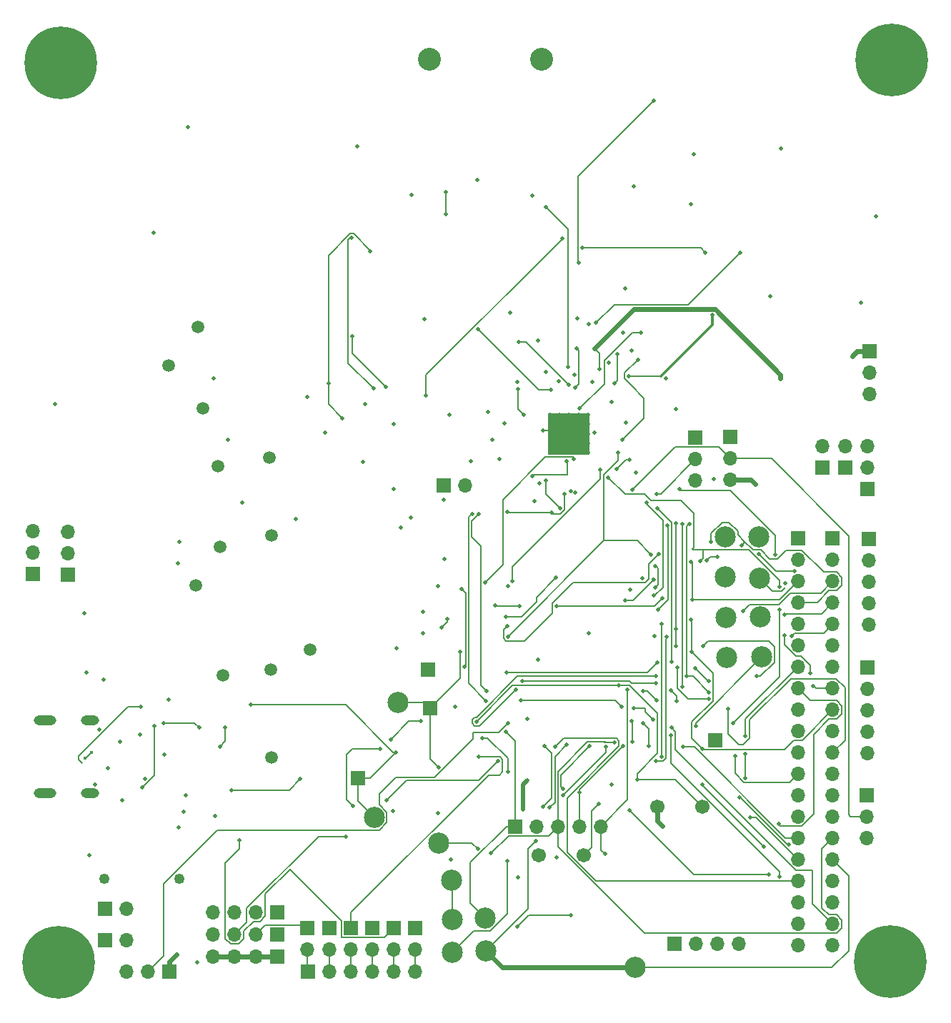
<source format=gbr>
%TF.GenerationSoftware,KiCad,Pcbnew,6.0.4-6f826c9f35~116~ubuntu20.04.1*%
%TF.CreationDate,2022-04-10T19:12:30+02:00*%
%TF.ProjectId,THEIA,54484549-412e-46b6-9963-61645f706362,rev?*%
%TF.SameCoordinates,Original*%
%TF.FileFunction,Copper,L4,Bot*%
%TF.FilePolarity,Positive*%
%FSLAX46Y46*%
G04 Gerber Fmt 4.6, Leading zero omitted, Abs format (unit mm)*
G04 Created by KiCad (PCBNEW 6.0.4-6f826c9f35~116~ubuntu20.04.1) date 2022-04-10 19:12:30*
%MOMM*%
%LPD*%
G01*
G04 APERTURE LIST*
%TA.AperFunction,ComponentPad*%
%ADD10R,1.700000X1.700000*%
%TD*%
%TA.AperFunction,ComponentPad*%
%ADD11O,1.700000X1.700000*%
%TD*%
%TA.AperFunction,ComponentPad*%
%ADD12C,1.701800*%
%TD*%
%TA.AperFunction,ComponentPad*%
%ADD13C,0.900000*%
%TD*%
%TA.AperFunction,ComponentPad*%
%ADD14C,8.600000*%
%TD*%
%TA.AperFunction,ComponentPad*%
%ADD15O,2.667000X1.168400*%
%TD*%
%TA.AperFunction,ComponentPad*%
%ADD16O,2.159000X1.168400*%
%TD*%
%TA.AperFunction,ComponentPad*%
%ADD17C,2.500000*%
%TD*%
%TA.AperFunction,ComponentPad*%
%ADD18C,0.500000*%
%TD*%
%TA.AperFunction,SMDPad,CuDef*%
%ADD19R,5.000000X5.000000*%
%TD*%
%TA.AperFunction,ComponentPad*%
%ADD20C,2.710000*%
%TD*%
%TA.AperFunction,ViaPad*%
%ADD21C,0.508000*%
%TD*%
%TA.AperFunction,ViaPad*%
%ADD22C,0.400000*%
%TD*%
%TA.AperFunction,ViaPad*%
%ADD23C,1.508000*%
%TD*%
%TA.AperFunction,ViaPad*%
%ADD24C,1.250000*%
%TD*%
%TA.AperFunction,Conductor*%
%ADD25C,0.200000*%
%TD*%
%TA.AperFunction,Conductor*%
%ADD26C,0.600000*%
%TD*%
%TA.AperFunction,Conductor*%
%ADD27C,0.500000*%
%TD*%
%TA.AperFunction,Conductor*%
%ADD28C,0.300000*%
%TD*%
%TA.AperFunction,Conductor*%
%ADD29C,0.150000*%
%TD*%
G04 APERTURE END LIST*
D10*
%TO.P,J7,1,Pin_1*%
%TO.N,POWER-IN-*%
X205232000Y-121539000D03*
D11*
%TO.P,J7,2,Pin_2*%
X205232000Y-124079000D03*
%TO.P,J7,3,Pin_3*%
X205232000Y-126619000D03*
%TO.P,J7,4,Pin_4*%
X205232000Y-129159000D03*
%TO.P,J7,5,Pin_5*%
X205232000Y-131699000D03*
%TD*%
D10*
%TO.P,J9,1,Pin_1*%
%TO.N,VDD33*%
X205359000Y-106299000D03*
D11*
%TO.P,J9,2,Pin_2*%
X205359000Y-108839000D03*
%TO.P,J9,3,Pin_3*%
X205359000Y-111379000D03*
%TO.P,J9,4,Pin_4*%
X205359000Y-113919000D03*
%TO.P,J9,5,Pin_5*%
X205359000Y-116459000D03*
%TD*%
D12*
%TO.P,U2,1,1*%
%TO.N,POWER-IN-*%
X180306200Y-138069000D03*
%TO.P,U2,6,6*%
%TO.N,Net-(C2-Pad2)*%
X185606200Y-138069000D03*
%TD*%
D13*
%TO.P,H3,1*%
%TO.N,N/C*%
X208100000Y-52725000D03*
X211325000Y-49500000D03*
X205819581Y-47219581D03*
X210380419Y-47219581D03*
D14*
X208100000Y-49500000D03*
D13*
X208100000Y-46275000D03*
X210380419Y-51780419D03*
X205819581Y-51780419D03*
X204875000Y-49500000D03*
%TD*%
%TO.P,H4,1*%
%TO.N,N/C*%
X106175000Y-156500000D03*
X111680419Y-158780419D03*
X107119581Y-158780419D03*
X112625000Y-156500000D03*
X107119581Y-154219581D03*
D14*
X109400000Y-156500000D03*
D13*
X109400000Y-159725000D03*
X111680419Y-154219581D03*
X109400000Y-153275000D03*
%TD*%
D10*
%TO.P,JP6,1,A*%
%TO.N,/ESP32/TXD0*%
X144018000Y-152400000D03*
D11*
%TO.P,JP6,2,B*%
%TO.N,Net-(J10-Pad3)*%
X144018000Y-154940000D03*
%TD*%
D10*
%TO.P,J13,1,Pin_1*%
%TO.N,/ESP32/Micro SUB & USB-UART/RTS*%
X135305800Y-153212800D03*
D11*
%TO.P,J13,2,Pin_2*%
%TO.N,/ESP32/DTR*%
X132765800Y-153212800D03*
%TO.P,J13,3,Pin_3*%
%TO.N,/ESP32/EN*%
X130225800Y-153212800D03*
%TO.P,J13,4,Pin_4*%
%TO.N,/ESP32/IO0*%
X127685800Y-153212800D03*
%TD*%
D10*
%TO.P,J10,1,Pin_1*%
%TO.N,Net-(J10-Pad1)*%
X138912600Y-157607000D03*
D11*
%TO.P,J10,2,Pin_2*%
%TO.N,Net-(J10-Pad2)*%
X141452600Y-157607000D03*
%TO.P,J10,3,Pin_3*%
%TO.N,Net-(J10-Pad3)*%
X143992600Y-157607000D03*
%TO.P,J10,4,Pin_4*%
%TO.N,Net-(J10-Pad4)*%
X146532600Y-157607000D03*
%TO.P,J10,5,Pin_5*%
%TO.N,Net-(J10-Pad5)*%
X149072600Y-157607000D03*
%TO.P,J10,6,Pin_6*%
%TO.N,Net-(J10-Pad6)*%
X151612600Y-157607000D03*
%TD*%
D10*
%TO.P,J4,1,Pin_1*%
%TO.N,POWER-IN-*%
X205105000Y-136652000D03*
D11*
%TO.P,J4,2,Pin_2*%
%TO.N,/TMC5160-SMD/SPI_MODE*%
X205105000Y-139192000D03*
%TO.P,J4,3,Pin_3*%
%TO.N,VDD33*%
X205105000Y-141732000D03*
%TD*%
D10*
%TO.P,J14,1,Pin_1*%
%TO.N,VDD33*%
X196977000Y-106172000D03*
D11*
%TO.P,J14,2,Pin_2*%
%TO.N,/ESP32/EN*%
X196977000Y-108712000D03*
%TO.P,J14,3,Pin_3*%
%TO.N,/ESP32/SENSOR_VP*%
X196977000Y-111252000D03*
%TO.P,J14,4,Pin_4*%
%TO.N,/ESP32/SENSOR_VN*%
X196977000Y-113792000D03*
%TO.P,J14,5,Pin_5*%
%TO.N,/ESP32/IO34*%
X196977000Y-116332000D03*
%TO.P,J14,6,Pin_6*%
%TO.N,/ESP32/IO35*%
X196977000Y-118872000D03*
%TO.P,J14,7,Pin_7*%
%TO.N,/ESP32/IO32*%
X196977000Y-121412000D03*
%TO.P,J14,8,Pin_8*%
%TO.N,/ESP32/IO33*%
X196977000Y-123952000D03*
%TO.P,J14,9,Pin_9*%
%TO.N,/ESP32/IO25*%
X196977000Y-126492000D03*
%TO.P,J14,10,Pin_10*%
%TO.N,/ESP32/IO26*%
X196977000Y-129032000D03*
%TO.P,J14,11,Pin_11*%
%TO.N,/ESP32/IO27*%
X196977000Y-131572000D03*
%TO.P,J14,12,Pin_12*%
%TO.N,/ESP32/IO14*%
X196977000Y-134112000D03*
%TO.P,J14,13,Pin_13*%
%TO.N,/ESP32/IO12*%
X196977000Y-136652000D03*
%TO.P,J14,14,Pin_14*%
%TO.N,POWER-IN-*%
X196977000Y-139192000D03*
%TO.P,J14,15,Pin_15*%
%TO.N,/ESP32/IO13*%
X196977000Y-141732000D03*
%TO.P,J14,16,Pin_16*%
%TO.N,/ESP32/SD2*%
X196977000Y-144272000D03*
%TO.P,J14,17,Pin_17*%
%TO.N,/ESP32/SD3*%
X196977000Y-146812000D03*
%TO.P,J14,18,Pin_18*%
%TO.N,/ESP32/CMD*%
X196977000Y-149352000D03*
%TO.P,J14,19,Pin_19*%
%TO.N,EXT_5V*%
X196977000Y-151892000D03*
%TO.P,J14,20,Pin_20*%
%TO.N,unconnected-(J14-Pad20)*%
X196977000Y-154432000D03*
%TD*%
D13*
%TO.P,H1,1*%
%TO.N,N/C*%
X205619581Y-154119581D03*
X207900000Y-153175000D03*
X207900000Y-159625000D03*
D14*
X207900000Y-156400000D03*
D13*
X210180419Y-154119581D03*
X210180419Y-158680419D03*
X204675000Y-156400000D03*
X205619581Y-158680419D03*
X211125000Y-156400000D03*
%TD*%
D15*
%TO.P,J25,25*%
%TO.N,N/C*%
X107728700Y-127759998D03*
%TO.P,J25,26*%
X107728700Y-136400002D03*
D16*
%TO.P,J25,27*%
X113088700Y-127759998D03*
%TO.P,J25,28*%
X113088700Y-136400002D03*
%TD*%
D10*
%TO.P,JP2,1,A*%
%TO.N,5V-LEDS*%
X114853800Y-150164800D03*
D11*
%TO.P,JP2,2,B*%
%TO.N,Net-(J1-Pad3)*%
X117393800Y-150164800D03*
%TD*%
D10*
%TO.P,J22,1,Pin_1*%
%TO.N,POWER-IN-*%
X106324400Y-110475000D03*
D11*
%TO.P,J22,2,Pin_2*%
%TO.N,/ESP32/Micro SUB & USB-UART/RI*%
X106324400Y-107935000D03*
%TO.P,J22,3,Pin_3*%
%TO.N,VDD33*%
X106324400Y-105395000D03*
%TD*%
D17*
%TO.P,TP8,1,1*%
%TO.N,/ESP32/IO13*%
X192709800Y-120294400D03*
%TD*%
%TO.P,TP13,1,1*%
%TO.N,/MOSI*%
X188468000Y-115595400D03*
%TD*%
D18*
%TO.P,IC1,49,GNDP*%
%TO.N,POWER-IN-*%
X168724800Y-93802200D03*
X169849800Y-93802200D03*
X172099800Y-94927200D03*
X168724800Y-91552200D03*
X167599800Y-93802200D03*
X168724800Y-96052200D03*
X169849800Y-91552200D03*
X168724800Y-94927200D03*
X170974800Y-94927200D03*
X167599800Y-91552200D03*
X167599800Y-94927200D03*
X169849800Y-96052200D03*
X169849800Y-94927200D03*
X167599800Y-92677200D03*
X172099800Y-91552200D03*
X172099800Y-92677200D03*
X168724800Y-92677200D03*
X172099800Y-96052200D03*
X167599800Y-96052200D03*
X169849800Y-92677200D03*
X170974800Y-96052200D03*
D19*
X169849800Y-93802200D03*
D18*
X172099800Y-93802200D03*
X170974800Y-91552200D03*
X170974800Y-93802200D03*
X170974800Y-92677200D03*
%TD*%
D17*
%TO.P,TP5,1,1*%
%TO.N,/ESP32/IO2*%
X154406600Y-142341600D03*
%TD*%
D13*
%TO.P,H2,1*%
%TO.N,N/C*%
X109600000Y-53025000D03*
X112825000Y-49800000D03*
X111880419Y-47519581D03*
X106375000Y-49800000D03*
D14*
X109600000Y-49800000D03*
D13*
X111880419Y-52080419D03*
X107319581Y-52080419D03*
X109600000Y-46575000D03*
X107319581Y-47519581D03*
%TD*%
D10*
%TO.P,JP4,1,A*%
%TO.N,5V-LEDS*%
X202568236Y-97815401D03*
D11*
%TO.P,JP4,2,B*%
%TO.N,Net-(J2-Pad3)*%
X202568236Y-95275401D03*
%TD*%
D17*
%TO.P,TP17,1,1*%
%TO.N,/ESP32/Micro SUB & USB-UART/RTS*%
X146761200Y-139293600D03*
%TD*%
%TO.P,TP6,1,1*%
%TO.N,/ESP32/IO15*%
X159969200Y-155143200D03*
%TD*%
%TO.P,TP11,1,1*%
%TO.N,/CLK*%
X192354200Y-106019600D03*
%TD*%
%TO.P,TP4,1,1*%
%TO.N,/ESP32/IO15*%
X177673000Y-157099000D03*
%TD*%
D12*
%TO.P,U1,1,1*%
%TO.N,POWER-IN-*%
X166285400Y-143809400D03*
%TO.P,U1,6,6*%
%TO.N,Net-(C1-Pad2)*%
X171585400Y-143809400D03*
%TD*%
D10*
%TO.P,JP10,1,A*%
%TO.N,/ESP32/RXD0*%
X141478000Y-152395000D03*
D11*
%TO.P,JP10,2,B*%
%TO.N,Net-(J10-Pad2)*%
X141478000Y-154935000D03*
%TD*%
D10*
%TO.P,JP1,1,A*%
%TO.N,+12V*%
X114858800Y-153873200D03*
D11*
%TO.P,JP1,2,B*%
%TO.N,Net-(J1-Pad3)*%
X117398800Y-153873200D03*
%TD*%
D10*
%TO.P,J24,1,Pin_1*%
%TO.N,/ESP32/IO0*%
X187147200Y-130149600D03*
%TD*%
%TO.P,J12,1,Pin_1*%
%TO.N,VDD33*%
X135305800Y-150545800D03*
D11*
%TO.P,J12,2,Pin_2*%
X132765800Y-150545800D03*
%TO.P,J12,3,Pin_3*%
X130225800Y-150545800D03*
%TO.P,J12,4,Pin_4*%
X127685800Y-150545800D03*
%TD*%
D17*
%TO.P,TP2,1,1*%
%TO.N,/CS*%
X156006800Y-151434800D03*
%TD*%
%TO.P,TP7,1,1*%
%TO.N,/ESP32/RXD0*%
X188544200Y-120319800D03*
%TD*%
D10*
%TO.P,JP7,1,A*%
%TO.N,POWER-IN-*%
X151612600Y-152400000D03*
D11*
%TO.P,JP7,2,B*%
%TO.N,Net-(J10-Pad6)*%
X151612600Y-154940000D03*
%TD*%
D10*
%TO.P,J15,1,Pin_1*%
%TO.N,POWER-IN-*%
X201091800Y-106222800D03*
D11*
%TO.P,J15,2,Pin_2*%
%TO.N,/MOSI*%
X201091800Y-108762800D03*
%TO.P,J15,3,Pin_3*%
%TO.N,/ESP32/IO22*%
X201091800Y-111302800D03*
%TO.P,J15,4,Pin_4*%
%TO.N,/ESP32/TXD0*%
X201091800Y-113842800D03*
%TO.P,J15,5,Pin_5*%
%TO.N,/ESP32/RXD0*%
X201091800Y-116382800D03*
%TO.P,J15,6,Pin_6*%
%TO.N,/ESP32/IO21*%
X201091800Y-118922800D03*
%TO.P,J15,7,Pin_7*%
%TO.N,POWER-IN-*%
X201091800Y-121462800D03*
%TO.P,J15,8,Pin_8*%
%TO.N,/MISO*%
X201091800Y-124002800D03*
%TO.P,J15,9,Pin_9*%
%TO.N,/CLK*%
X201091800Y-126542800D03*
%TO.P,J15,10,Pin_10*%
%TO.N,/CS*%
X201091800Y-129082800D03*
%TO.P,J15,11,Pin_11*%
%TO.N,/ESP32/IO17*%
X201091800Y-131622800D03*
%TO.P,J15,12,Pin_12*%
%TO.N,/ESP32/IO16*%
X201091800Y-134162800D03*
%TO.P,J15,13,Pin_13*%
%TO.N,/ESP32/IO4*%
X201091800Y-136702800D03*
%TO.P,J15,14,Pin_14*%
%TO.N,/ESP32/IO0*%
X201091800Y-139242800D03*
%TO.P,J15,15,Pin_15*%
%TO.N,/ESP32/IO2*%
X201091800Y-141782800D03*
%TO.P,J15,16,Pin_16*%
%TO.N,/ESP32/IO15*%
X201091800Y-144322800D03*
%TO.P,J15,17,Pin_17*%
%TO.N,/ESP32/SD1*%
X201091800Y-146862800D03*
%TO.P,J15,18,Pin_18*%
%TO.N,/ESP32/SD0*%
X201091800Y-149402800D03*
%TO.P,J15,19,Pin_19*%
%TO.N,/ESP32/CLK*%
X201091800Y-151942800D03*
%TO.P,J15,20,Pin_20*%
%TO.N,unconnected-(J15-Pad20)*%
X201091800Y-154482800D03*
%TD*%
D10*
%TO.P,J11,1,Pin_1*%
%TO.N,POWER-IN-*%
X135295800Y-155854400D03*
D11*
%TO.P,J11,2,Pin_2*%
X132755800Y-155854400D03*
%TO.P,J11,3,Pin_3*%
X130215800Y-155854400D03*
%TO.P,J11,4,Pin_4*%
X127675800Y-155854400D03*
%TD*%
D17*
%TO.P,TP9,1,1*%
%TO.N,/ESP32/TXD0*%
X192481200Y-115544600D03*
%TD*%
D20*
%TO.P,J6,MP*%
%TO.N,N/C*%
X166619200Y-49408600D03*
X153319200Y-49408600D03*
%TD*%
D17*
%TO.P,TP15,1,1*%
%TO.N,/CS*%
X155923573Y-146743450D03*
%TD*%
D10*
%TO.P,J20,1,Pin_1*%
%TO.N,/ESP32/Micro SUB & USB-UART/RTS*%
X144830800Y-134670800D03*
%TD*%
%TO.P,J5,1,Pin_1*%
%TO.N,POWER-IN-*%
X205460600Y-84038199D03*
D11*
%TO.P,J5,2,Pin_2*%
%TO.N,/TMC5160-SMD/SD_MODE*%
X205460600Y-86578199D03*
%TO.P,J5,3,Pin_3*%
%TO.N,VDD33*%
X205460600Y-89118199D03*
%TD*%
D17*
%TO.P,TP12,1,1*%
%TO.N,/ESP32/IO35*%
X192379600Y-110921800D03*
%TD*%
D10*
%TO.P,JP9,1,A*%
%TO.N,/ESP32/CTS*%
X149098000Y-152400000D03*
D11*
%TO.P,JP9,2,B*%
%TO.N,Net-(J10-Pad5)*%
X149098000Y-154940000D03*
%TD*%
D10*
%TO.P,J21,1,Pin_1*%
%TO.N,POWER-IN-*%
X110439200Y-110525800D03*
D11*
%TO.P,J21,2,Pin_2*%
%TO.N,/ESP32/Micro SUB & USB-UART/DCD*%
X110439200Y-107985800D03*
%TO.P,J21,3,Pin_3*%
%TO.N,VDD33*%
X110439200Y-105445800D03*
%TD*%
D10*
%TO.P,J3,1,Pin_1*%
%TO.N,VDD33*%
X182382000Y-154305000D03*
D11*
%TO.P,J3,2,Pin_2*%
%TO.N,/ESP32/IO33*%
X184922000Y-154305000D03*
%TO.P,J3,3,Pin_3*%
%TO.N,/ESP32/IO32*%
X187462000Y-154305000D03*
%TO.P,J3,4,Pin_4*%
%TO.N,POWER-IN-*%
X190002000Y-154305000D03*
%TD*%
D17*
%TO.P,TP16,1,1*%
%TO.N,/ESP32/DTR*%
X149606000Y-125679200D03*
%TD*%
D10*
%TO.P,J1,1,Pin_1*%
%TO.N,POWER-IN-*%
X122504200Y-157581600D03*
D11*
%TO.P,J1,2,Pin_2*%
%TO.N,/ESP32/IO17*%
X119964200Y-157581600D03*
%TO.P,J1,3,Pin_3*%
%TO.N,Net-(J1-Pad3)*%
X117424200Y-157581600D03*
%TD*%
D10*
%TO.P,JP11,1,A*%
%TO.N,POWER-IN-*%
X155036600Y-99898200D03*
D11*
%TO.P,JP11,2,B*%
%TO.N,/TMC5160-SMD/CLK*%
X157576600Y-99898200D03*
%TD*%
D17*
%TO.P,TP3,1,1*%
%TO.N,/ESP32/IO0*%
X156006800Y-155346400D03*
%TD*%
D10*
%TO.P,J19,1,Pin_1*%
%TO.N,/ESP32/DTR*%
X153416000Y-126339600D03*
%TD*%
%TO.P,J17,1,Pin_1*%
%TO.N,VDD33*%
X188950600Y-94208600D03*
D11*
%TO.P,J17,2,Pin_2*%
%TO.N,/TMC5160-SMD/SPI_MODE*%
X188950600Y-96748600D03*
%TO.P,J17,3,Pin_3*%
%TO.N,POWER-IN-*%
X188950600Y-99288600D03*
%TD*%
D10*
%TO.P,J8,1,Pin_1*%
%TO.N,/ESP32/IO12*%
X163454000Y-140385800D03*
D11*
%TO.P,J8,2,Pin_2*%
%TO.N,/ESP32/IO15*%
X165994000Y-140385800D03*
%TO.P,J8,3,Pin_3*%
%TO.N,/ESP32/IO2*%
X168534000Y-140385800D03*
%TO.P,J8,4,Pin_4*%
%TO.N,/ESP32/IO0*%
X171074000Y-140385800D03*
%TO.P,J8,5,Pin_5*%
%TO.N,/CS*%
X173614000Y-140385800D03*
%TD*%
D10*
%TO.P,JP3,1,A*%
%TO.N,+12V*%
X199872601Y-97815401D03*
D11*
%TO.P,JP3,2,B*%
%TO.N,Net-(J2-Pad3)*%
X199872601Y-95275401D03*
%TD*%
D10*
%TO.P,J16,1,Pin_1*%
%TO.N,VDD33*%
X184835800Y-94284800D03*
D11*
%TO.P,J16,2,Pin_2*%
%TO.N,/TMC5160-SMD/SD_MODE*%
X184835800Y-96824800D03*
%TO.P,J16,3,Pin_3*%
%TO.N,POWER-IN-*%
X184835800Y-99364800D03*
%TD*%
D10*
%TO.P,J23,1,Pin_1*%
%TO.N,/ESP32/EN*%
X153111200Y-121818400D03*
%TD*%
%TO.P,JP8,1,A*%
%TO.N,VDD33*%
X146558000Y-152395000D03*
D11*
%TO.P,JP8,2,B*%
%TO.N,Net-(J10-Pad4)*%
X146558000Y-154935000D03*
%TD*%
D10*
%TO.P,J2,1,Pin_1*%
%TO.N,POWER-IN-*%
X205206600Y-100355400D03*
D11*
%TO.P,J2,2,Pin_2*%
%TO.N,unconnected-(J2-Pad2)*%
X205206600Y-97815400D03*
%TO.P,J2,3,Pin_3*%
%TO.N,Net-(J2-Pad3)*%
X205206600Y-95275400D03*
%TD*%
D17*
%TO.P,TP14,1,1*%
%TO.N,/ESP32/IO34*%
X188391800Y-110794800D03*
%TD*%
D10*
%TO.P,JP5,1,A*%
%TO.N,/ESP32/DTR*%
X138811000Y-152395000D03*
D11*
%TO.P,JP5,2,B*%
%TO.N,Net-(J10-Pad1)*%
X138811000Y-154935000D03*
%TD*%
D17*
%TO.P,TP1,1,1*%
%TO.N,/ESP32/IO12*%
X159918400Y-151282400D03*
%TD*%
%TO.P,TP10,1,1*%
%TO.N,/MISO*%
X188391800Y-106070400D03*
%TD*%
D21*
%TO.N,/ESP32/IO14*%
X176500000Y-113600000D03*
%TO.N,POWER-IN-*%
X177100000Y-112300000D03*
X166300000Y-99700000D03*
%TO.N,/ESP32/IO27*%
X169599800Y-97082342D03*
%TO.N,/ESP32/IO26*%
X169331977Y-100948589D03*
%TO.N,POWER-IN-*%
X170100000Y-100600000D03*
X172877446Y-93703650D03*
D22*
%TO.N,/ESP32/Micro SUB & USB-UART/USB-D_P*%
X112500000Y-132300000D03*
X113284000Y-131572000D03*
D21*
%TO.N,POWER-IN-*%
X114200000Y-128900000D03*
X116600000Y-130300000D03*
%TO.N,*%
X155092400Y-108686600D03*
%TO.N,POWER-IN-*%
X154300000Y-138800000D03*
X140900000Y-93700000D03*
X165500000Y-65600000D03*
X137500000Y-103900000D03*
X113710259Y-135420404D03*
X129400000Y-94500000D03*
X187000000Y-99200000D03*
X174900000Y-135400000D03*
X115200000Y-133500000D03*
X120650000Y-69977000D03*
X145440400Y-97140400D03*
X155800000Y-144300000D03*
X163700000Y-87700000D03*
X204400000Y-78300000D03*
X151074750Y-103725250D03*
X124714000Y-57404000D03*
X164900000Y-127600000D03*
X116900000Y-137300000D03*
X191900000Y-99800000D03*
X159000000Y-63700000D03*
X124200000Y-138600000D03*
X122400000Y-125300000D03*
X177800000Y-98400000D03*
X149400000Y-119200000D03*
X123300000Y-155600000D03*
X155036600Y-101636600D03*
X170800000Y-80100000D03*
X127900000Y-139100000D03*
X206200000Y-68000000D03*
X180900000Y-140300000D03*
X174900000Y-90000000D03*
X184300000Y-66600000D03*
X112700000Y-122100000D03*
X121919189Y-131820267D03*
X160767253Y-94546136D03*
X113000000Y-143800000D03*
X166800000Y-93400000D03*
X151200000Y-65500000D03*
X124400000Y-136700000D03*
X172200000Y-117500000D03*
X149900000Y-104900000D03*
X193700000Y-77500000D03*
X155642400Y-91557600D03*
X172216420Y-80800000D03*
X166200000Y-120600000D03*
X114700000Y-123000000D03*
X131100000Y-102000000D03*
X138800000Y-89400000D03*
X162600000Y-111900000D03*
X108900000Y-90300000D03*
X203400000Y-84600000D03*
X161600000Y-96800000D03*
X123700000Y-106600000D03*
X182500000Y-90900000D03*
X125800000Y-156500000D03*
X119045569Y-129500000D03*
X127700000Y-87200000D03*
X123500000Y-109200000D03*
X125800000Y-156500000D03*
%TO.N,Net-(C1-Pad2)*%
X173329600Y-137718800D03*
%TO.N,Net-(C2-Pad2)*%
X158851600Y-127939800D03*
X175738111Y-123626289D03*
X177948500Y-134848600D03*
%TO.N,/ESP32/IO0*%
X176250600Y-130860800D03*
X162542600Y-144492600D03*
X179273200Y-130860800D03*
X178625200Y-128169600D03*
X171077629Y-136326915D03*
%TO.N,/ESP32/EN*%
X156340900Y-126187200D03*
X148717000Y-130048000D03*
X143383000Y-141596611D03*
X152273000Y-127889000D03*
X161125200Y-114199600D03*
X180943599Y-113302542D03*
X147447000Y-131191000D03*
X144272000Y-137922000D03*
X168376600Y-114274600D03*
X164007800Y-114274600D03*
%TO.N,VDD33*%
X164871400Y-134874000D03*
X165760400Y-101836000D03*
X164363400Y-138353800D03*
X170611800Y-100798589D03*
X152501600Y-114960400D03*
X152501600Y-117475000D03*
X163830000Y-146431000D03*
X149047200Y-100380800D03*
X148971000Y-138557000D03*
X154330400Y-111912400D03*
X149047200Y-92659200D03*
X119583200Y-134772400D03*
%TO.N,+24V*%
X160248600Y-91236800D03*
D23*
X134366000Y-96672400D03*
X134620000Y-132207000D03*
X134569200Y-105867200D03*
D21*
X194919600Y-59994800D03*
D23*
X126492000Y-90805000D03*
D21*
X162204400Y-92557600D03*
X181330600Y-87223600D03*
D23*
X134518400Y-121818400D03*
X125603000Y-111760000D03*
X139141200Y-119380000D03*
D21*
X177507900Y-64452500D03*
D23*
X128828800Y-122478800D03*
D21*
X184663522Y-60636478D03*
X144780000Y-59690000D03*
X176606200Y-92456000D03*
%TO.N,5V-LEDS*%
X112420400Y-115100600D03*
%TO.N,/TMC5160-SMD/GREEN*%
X167081200Y-86487000D03*
X152685800Y-80175800D03*
%TO.N,Net-(C16-Pad2)*%
X163830000Y-88519000D03*
X164490400Y-91555700D03*
%TO.N,/TMC5160-SMD/BLUE*%
X176254500Y-81813400D03*
X170459400Y-86842600D03*
X176504600Y-76555600D03*
%TO.N,Net-(C17-Pad2)*%
X178329500Y-81813400D03*
X171119800Y-90780700D03*
%TO.N,/TMC5160-SMD/BLACK*%
X168599800Y-87559200D03*
X166128700Y-82715100D03*
X162890200Y-79476600D03*
%TO.N,Net-(C18-Pad2)*%
X163859300Y-82931000D03*
X169824400Y-88011000D03*
%TO.N,/TMC5160-SMD/RED*%
X172599800Y-87636800D03*
X177266600Y-83900100D03*
D23*
%TO.N,+12V*%
X125831600Y-81127600D03*
X122377200Y-85699600D03*
D21*
%TO.N,Net-(D2-Pad2)*%
X137972800Y-134772400D03*
X129844800Y-136067200D03*
%TO.N,Net-(IC1-Pad1)*%
X148158200Y-88239600D03*
X144164400Y-82213400D03*
%TO.N,/CS*%
X180289200Y-102641400D03*
X167106600Y-99339400D03*
X181991000Y-120878600D03*
X174091600Y-143637000D03*
X168833800Y-102641400D03*
X176784000Y-124129800D03*
%TO.N,/CLK*%
X184378600Y-119659400D03*
X185623200Y-131140200D03*
X181457600Y-104673400D03*
X184323300Y-115849400D03*
X180382600Y-114672800D03*
%TO.N,/MOSI*%
X179882800Y-112953800D03*
X179044600Y-101955600D03*
%TO.N,/MISO*%
X182519900Y-104419400D03*
X182519900Y-116919900D03*
X198400000Y-122200000D03*
X182519900Y-118991389D03*
X195400000Y-117700000D03*
X198800000Y-123700000D03*
%TO.N,/ESP32/IO26*%
X179778702Y-127666100D03*
X159138940Y-103364811D03*
X176072800Y-126161800D03*
X164134800Y-125399800D03*
X162504700Y-103073200D03*
X167800580Y-103193110D03*
X177481341Y-126361915D03*
X160070800Y-124333000D03*
%TO.N,/ESP32/IO27*%
X159588200Y-129870200D03*
X165455600Y-98856800D03*
X162610800Y-133853500D03*
X158351882Y-103292800D03*
X159994600Y-125476000D03*
%TO.N,/TMC5160-SMD/SD_MODE*%
X180238400Y-100965000D03*
%TO.N,/TMC5160-SMD/SPI_MODE*%
X177362120Y-100461500D03*
%TO.N,/ESP32/IO4*%
X183235600Y-123825000D03*
X183305884Y-104474548D03*
%TO.N,/ESP32/IO16*%
X184124600Y-104470200D03*
X186385211Y-124460000D03*
X183819800Y-122580400D03*
%TO.N,/ESP32/IO14*%
X194800000Y-114700000D03*
X194800000Y-112000000D03*
X174472600Y-98983800D03*
X189500000Y-132000000D03*
X189300000Y-128100000D03*
X185400000Y-108900000D03*
X179875818Y-111137212D03*
%TO.N,/ESP32/IO35*%
X177000000Y-96900000D03*
X182900000Y-100400000D03*
X173508800Y-98069400D03*
X195459968Y-111505653D03*
X194300000Y-108115989D03*
X175500000Y-98000000D03*
X163119901Y-111302798D03*
%TO.N,/ESP32/IO34*%
X180094450Y-109494450D03*
X192345244Y-108054756D03*
X175615600Y-96062800D03*
X196587129Y-110060670D03*
X162585400Y-117856000D03*
X179569151Y-108130850D03*
X180067616Y-112029796D03*
%TO.N,/ESP32/IO25*%
X163550600Y-124129789D03*
X186385200Y-125272800D03*
X157099000Y-112217200D03*
X159877261Y-111429800D03*
X170405704Y-96826810D03*
X157424700Y-121437400D03*
X180167029Y-122559829D03*
X182702200Y-121539000D03*
%TO.N,Net-(IC1-Pad36)*%
X173039164Y-80639164D03*
X175206993Y-87806993D03*
X175546392Y-84346392D03*
X190100000Y-72300000D03*
%TO.N,Net-(IC1-Pad38)*%
X194900000Y-87200000D03*
X173431200Y-86106000D03*
X172872400Y-83702400D03*
%TO.N,Net-(IC1-Pad39)*%
X176936400Y-86995000D03*
X186842400Y-79730600D03*
%TO.N,Net-(IC1-Pad41)*%
X170713400Y-83677000D03*
X179851000Y-54336600D03*
X171000000Y-73500000D03*
X170546300Y-88341200D03*
%TO.N,Net-(IC1-Pad44)*%
X144103400Y-70586600D03*
X146672729Y-88455929D03*
%TO.N,Net-(IC1-Pad46)*%
X167081200Y-66894400D03*
X169734220Y-85877400D03*
%TO.N,Net-(IC1-Pad47)*%
X155244800Y-65176400D03*
X167653300Y-88568264D03*
X155219400Y-67741800D03*
X159054800Y-81381600D03*
%TO.N,/ESP32/IO17*%
X181900000Y-124200000D03*
X162585400Y-128168400D03*
X188700000Y-126400000D03*
X178625200Y-124359600D03*
X182600000Y-125500000D03*
X180200000Y-125400000D03*
%TO.N,/ESP32/IO33*%
X186371600Y-123102000D03*
X194700000Y-140100000D03*
X180289200Y-120904000D03*
X162458400Y-122097800D03*
X184785000Y-121573389D03*
%TO.N,/ESP32/IO32*%
X190754000Y-131752611D03*
X190754000Y-129667000D03*
X192913000Y-142748000D03*
X180162200Y-123367800D03*
X164317100Y-123122789D03*
X185674000Y-135382000D03*
X190754000Y-134620000D03*
%TO.N,/ESP32/IO12*%
X162356800Y-129184400D03*
X170100000Y-150900000D03*
X163700000Y-152300000D03*
%TO.N,/ESP32/IO15*%
X169164000Y-136702800D03*
X168351200Y-144043400D03*
X165938200Y-142113000D03*
X174244000Y-130962400D03*
%TO.N,/ESP32/IO2*%
X175234600Y-130454400D03*
X160604200Y-143560800D03*
X159031871Y-143045871D03*
%TO.N,/ESP32/Micro SUB & USB-UART/RTS*%
X149352000Y-131572000D03*
X132166500Y-125933200D03*
%TO.N,/ESP32/DTR*%
X156921200Y-119634000D03*
X119253000Y-135763000D03*
X120742878Y-128489878D03*
X154432000Y-133350000D03*
%TO.N,/ESP32/SENSOR_VP*%
X168300000Y-110900000D03*
X184323300Y-109000000D03*
X184429400Y-113461800D03*
X162382200Y-115544600D03*
X178493971Y-110960089D03*
%TO.N,/ESP32/SENSOR_VN*%
X186169826Y-108815153D03*
X180446100Y-108068360D03*
X187400000Y-108400000D03*
X190300000Y-107066411D03*
X186700000Y-106600000D03*
X162500000Y-116600000D03*
%TO.N,/ESP32/IO13*%
X183400000Y-130900000D03*
X184886600Y-128498600D03*
X177287500Y-127889000D03*
X177368200Y-130302000D03*
%TO.N,/ESP32/SD2*%
X166928800Y-130860800D03*
X191300000Y-139300000D03*
X166776400Y-138049000D03*
%TO.N,/ESP32/SD3*%
X168224200Y-130911600D03*
%TO.N,/ESP32/CMD*%
X190029083Y-136970213D03*
X167538400Y-138150600D03*
X195908529Y-142491471D03*
X169595800Y-130683000D03*
%TO.N,/ESP32/IO22*%
X190500000Y-114800000D03*
%TO.N,/ESP32/TXD0*%
X180797200Y-116382800D03*
X159130800Y-132130800D03*
X195373989Y-115300000D03*
X180797200Y-132130800D03*
%TO.N,/ESP32/RXD0*%
X180136800Y-132638800D03*
X161442400Y-132638800D03*
X148234400Y-137261600D03*
X181400000Y-117896500D03*
X196188999Y-117811001D03*
X148234400Y-137261600D03*
%TO.N,/ESP32/IO21*%
X185700000Y-119000000D03*
X192100000Y-122580389D03*
X180000000Y-117800000D03*
%TO.N,/ESP32/SD1*%
X169138600Y-135940800D03*
X176987200Y-138433269D03*
X193522600Y-146100800D03*
X172262800Y-130860800D03*
%TO.N,/ESP32/SD0*%
X194818000Y-146308500D03*
X181944700Y-129570580D03*
%TO.N,/ESP32/CLK*%
X181989721Y-128673100D03*
D24*
%TO.N,POWER-IN+*%
X123707112Y-146589040D03*
X114817112Y-146589040D03*
D21*
%TO.N,/ESP32/CTS*%
X130800000Y-142000000D03*
%TO.N,Net-(Q2-Pad3)*%
X141325600Y-87807800D03*
X146304000Y-72136000D03*
X142976600Y-91948000D03*
%TO.N,Net-(Q4-Pad3)*%
X169037000Y-70612000D03*
X152908000Y-89281000D03*
X171450000Y-71755000D03*
X185998200Y-72294800D03*
%TO.N,Net-(Q11-Pad2)*%
X154700000Y-116800000D03*
X155400000Y-115800000D03*
%TO.N,/ESP32/Micro SUB & USB-UART/TXD*%
X129108800Y-128676400D03*
X128473200Y-130911600D03*
%TO.N,Net-(R32-Pad1)*%
X121822807Y-128122007D03*
X126008800Y-128676400D03*
%TO.N,EXT_5V*%
X123571000Y-140462000D03*
D23*
%TO.N,+5V*%
X128219200Y-97637600D03*
D21*
X176199800Y-94538800D03*
X178005193Y-85008793D03*
X145656300Y-90309700D03*
D23*
X128473200Y-107188000D03*
D21*
X174523400Y-85369400D03*
X158191200Y-97053400D03*
%TO.N,Net-(J25-PadB5)*%
X119065800Y-126212600D03*
%TD*%
D25*
%TO.N,/ESP32/IO14*%
X179875818Y-111137212D02*
X177413030Y-113600000D01*
X177413030Y-113600000D02*
X176500000Y-113600000D01*
%TO.N,/ESP32/IO26*%
X169343636Y-100960248D02*
X169343636Y-102843636D01*
X169331977Y-100948589D02*
X169343636Y-100960248D01*
%TO.N,/ESP32/IO27*%
X169600000Y-97082142D02*
X169599800Y-97082342D01*
X169600000Y-98700000D02*
X169600000Y-97082142D01*
%TO.N,/ESP32/IO25*%
X159877261Y-111429800D02*
X162001200Y-109305861D01*
X170405704Y-96657415D02*
X170405704Y-96826810D01*
X162001200Y-109305861D02*
X162001200Y-101599127D01*
X162001200Y-101599127D02*
X167048616Y-96551711D01*
X167048616Y-96551711D02*
X170300000Y-96551711D01*
X170300000Y-96551711D02*
X170405704Y-96657415D01*
%TO.N,/ESP32/IO27*%
X165612400Y-98700000D02*
X169600000Y-98700000D01*
X165455600Y-98856800D02*
X165612400Y-98700000D01*
D26*
%TO.N,POWER-IN-*%
X180306200Y-138069000D02*
X180306200Y-139706200D01*
X188950600Y-99288600D02*
X191388600Y-99288600D01*
X122504200Y-157581600D02*
X122504200Y-156395800D01*
X127675800Y-155854400D02*
X135295800Y-155854400D01*
X205460600Y-84038199D02*
X203961801Y-84038199D01*
D25*
X168322600Y-93400000D02*
X168724800Y-93802200D01*
D26*
X191388600Y-99288600D02*
X191900000Y-99800000D01*
X180306200Y-139706200D02*
X180900000Y-140300000D01*
X203961801Y-84038199D02*
X203400000Y-84600000D01*
D25*
X166800000Y-93400000D02*
X168322600Y-93400000D01*
D26*
X122504200Y-156395800D02*
X123300000Y-155600000D01*
D25*
%TO.N,Net-(C1-Pad2)*%
X172514489Y-140108711D02*
X172514489Y-138533911D01*
X171585400Y-143809400D02*
X172514489Y-142880311D01*
X172514489Y-142880311D02*
X172514489Y-140108711D01*
X172514489Y-138533911D02*
X173329600Y-137718800D01*
%TO.N,Net-(C2-Pad2)*%
X158851600Y-127939800D02*
X163165111Y-123626289D01*
X182385800Y-134848600D02*
X185606200Y-138069000D01*
X175738111Y-123626289D02*
X176992562Y-123626289D01*
X177948500Y-134115027D02*
X177948500Y-134848600D01*
X176992562Y-123626289D02*
X180340000Y-126973727D01*
X180340000Y-131723527D02*
X177948500Y-134115027D01*
X177948500Y-134848600D02*
X182385800Y-134848600D01*
X163165111Y-123626289D02*
X175738111Y-123626289D01*
X180340000Y-126973727D02*
X180340000Y-131723527D01*
%TO.N,/ESP32/IO0*%
X179273200Y-130860800D02*
X179273200Y-128817600D01*
X171074000Y-136037400D02*
X176250600Y-130860800D01*
X160539519Y-152781911D02*
X162542600Y-150778830D01*
X162542600Y-150778830D02*
X162542600Y-144492600D01*
X179273200Y-128817600D02*
X178625200Y-128169600D01*
X158571289Y-152781911D02*
X160539519Y-152781911D01*
X171074000Y-140385800D02*
X171074000Y-136037400D01*
X156006800Y-155346400D02*
X158571289Y-152781911D01*
%TO.N,/ESP32/EN*%
X130225800Y-153212800D02*
X131666289Y-151772311D01*
X140160045Y-141596611D02*
X143383000Y-141596611D01*
X196977000Y-108686600D02*
X196748400Y-108458000D01*
X143510000Y-137160000D02*
X143510000Y-131826000D01*
X131666289Y-150090367D02*
X140160045Y-141596611D01*
X131666289Y-151772311D02*
X131666289Y-150090367D01*
X161200200Y-114274600D02*
X161125200Y-114199600D01*
X179971541Y-114274600D02*
X168376600Y-114274600D01*
X180943599Y-113302542D02*
X179971541Y-114274600D01*
X150876000Y-127889000D02*
X152273000Y-127889000D01*
X196977000Y-108712000D02*
X196977000Y-108686600D01*
X148717000Y-130048000D02*
X150876000Y-127889000D01*
X143510000Y-131826000D02*
X144145000Y-131191000D01*
X144272000Y-137922000D02*
X143510000Y-137160000D01*
X164007800Y-114274600D02*
X161200200Y-114274600D01*
X144145000Y-131191000D02*
X147447000Y-131191000D01*
D27*
%TO.N,VDD33*%
X164363400Y-135382000D02*
X164871400Y-134874000D01*
X164363400Y-138353800D02*
X164363400Y-135382000D01*
D25*
%TO.N,Net-(C16-Pad2)*%
X163830000Y-90895300D02*
X164490400Y-91555700D01*
X163830000Y-88519000D02*
X163830000Y-90895300D01*
%TO.N,Net-(C17-Pad2)*%
X174019889Y-85160838D02*
X177367327Y-81813400D01*
X177367327Y-81813400D02*
X178329500Y-81813400D01*
X174019889Y-87880611D02*
X174019889Y-85160838D01*
X171119800Y-90780700D02*
X174019889Y-87880611D01*
%TO.N,Net-(C18-Pad2)*%
X169824400Y-88011000D02*
X164744400Y-82931000D01*
X164744400Y-82931000D02*
X163859300Y-82931000D01*
%TO.N,Net-(D2-Pad2)*%
X136678000Y-136067200D02*
X129844800Y-136067200D01*
X137972800Y-134772400D02*
X136678000Y-136067200D01*
%TO.N,Net-(IC1-Pad1)*%
X148158200Y-88239600D02*
X144164400Y-84245800D01*
X144164400Y-84245800D02*
X144164400Y-82213400D01*
%TO.N,/CS*%
X181991000Y-120878600D02*
X181991000Y-120023800D01*
X167106600Y-100914200D02*
X167106600Y-99339400D01*
X182016400Y-119998400D02*
X182016400Y-104368600D01*
X173614000Y-143159400D02*
X173614000Y-140385800D01*
X176784000Y-137215800D02*
X176784000Y-124129800D01*
X156006800Y-151434800D02*
X156006800Y-146826677D01*
X182016400Y-104368600D02*
X180289200Y-102641400D01*
X181991000Y-120023800D02*
X182016400Y-119998400D01*
X156006800Y-146826677D02*
X155923573Y-146743450D01*
X173614000Y-140385800D02*
X176784000Y-137215800D01*
X174091600Y-143637000D02*
X173614000Y-143159400D01*
X168833800Y-102641400D02*
X167106600Y-100914200D01*
%TO.N,/CLK*%
X195403967Y-131249111D02*
X196521567Y-130131511D01*
X197503089Y-130131511D02*
X201091800Y-126542800D01*
X196521567Y-130131511D02*
X197503089Y-130131511D01*
X185623200Y-131140200D02*
X185732111Y-131249111D01*
X181559200Y-104775000D02*
X181457600Y-104673400D01*
X184383089Y-127986984D02*
X186888711Y-125481362D01*
X185623200Y-131140200D02*
X184383089Y-129900089D01*
X184383089Y-129900089D02*
X184383089Y-127986984D01*
X184378600Y-119659400D02*
X184378600Y-115904700D01*
X181559200Y-112496600D02*
X181559200Y-104775000D01*
X186888711Y-125481362D02*
X186888711Y-122169511D01*
X180293700Y-114761700D02*
X180382600Y-114672800D01*
X181559200Y-113496200D02*
X181559200Y-112496600D01*
X185732111Y-131249111D02*
X195403967Y-131249111D01*
X184378600Y-115904700D02*
X184323300Y-115849400D01*
X186888711Y-122169511D02*
X184378600Y-119659400D01*
X180382600Y-114672800D02*
X181559200Y-113496200D01*
%TO.N,/MOSI*%
X180009800Y-112953800D02*
X179882800Y-112953800D01*
X180949600Y-112014000D02*
X180009800Y-112953800D01*
X179044600Y-101955600D02*
X179044600Y-102144350D01*
X179044600Y-102144350D02*
X180949600Y-104049350D01*
X180949600Y-104049350D02*
X180949600Y-112014000D01*
%TO.N,/MISO*%
X198400000Y-121280056D02*
X197319944Y-120200000D01*
X197319944Y-120200000D02*
X196750056Y-120200000D01*
X182519900Y-116919900D02*
X182519900Y-117919900D01*
X201091800Y-124002800D02*
X199102800Y-124002800D01*
X198400000Y-122200000D02*
X198400000Y-121280056D01*
X199102800Y-124002800D02*
X198800000Y-123700000D01*
X182519900Y-118181700D02*
X182549800Y-118211600D01*
X196750056Y-120200000D02*
X195400000Y-118849944D01*
X182519900Y-117919900D02*
X182519900Y-118181700D01*
X182519900Y-104419400D02*
X182519900Y-116919900D01*
X182519900Y-118991389D02*
X182519900Y-117919900D01*
X195400000Y-118849944D02*
X195400000Y-117700000D01*
%TO.N,/ESP32/IO26*%
X177481341Y-126361915D02*
X178883415Y-126361915D01*
X159373761Y-123635961D02*
X160070800Y-124333000D01*
X178883415Y-126361915D02*
X178883415Y-126770813D01*
X169337311Y-102849962D02*
X168834673Y-103352600D01*
X167960070Y-103352600D02*
X167800580Y-103193110D01*
X158292800Y-106070400D02*
X159373761Y-107151361D01*
X158292800Y-104210951D02*
X158292800Y-106070400D01*
X159138940Y-103364811D02*
X158292800Y-104210951D01*
X162560000Y-103251000D02*
X162504700Y-103195700D01*
X159373761Y-107151361D02*
X159373761Y-123635961D01*
X162617890Y-103193110D02*
X162560000Y-103251000D01*
X168834673Y-103352600D02*
X167960070Y-103352600D01*
X167800580Y-103193110D02*
X162617890Y-103193110D01*
X175310800Y-125399800D02*
X176072800Y-126161800D01*
X164134800Y-125399800D02*
X175310800Y-125399800D01*
X178883415Y-126770813D02*
X179778702Y-127666100D01*
X162504700Y-103195700D02*
X162504700Y-103073200D01*
%TO.N,/ESP32/IO27*%
X157943280Y-103701402D02*
X157943280Y-123424680D01*
X160172400Y-129870200D02*
X162610800Y-132308600D01*
X158351882Y-103292800D02*
X157943280Y-103701402D01*
X159588200Y-129870200D02*
X160172400Y-129870200D01*
X157943280Y-123424680D02*
X159994600Y-125476000D01*
X162610800Y-132308600D02*
X162610800Y-133853500D01*
X165476511Y-98835889D02*
X165455600Y-98856800D01*
%TO.N,/TMC5160-SMD/SD_MODE*%
X180695600Y-100965000D02*
X184835800Y-96824800D01*
X180238400Y-100965000D02*
X180695600Y-100965000D01*
%TO.N,/TMC5160-SMD/SPI_MODE*%
X187586311Y-95384311D02*
X188950600Y-96748600D01*
X177362120Y-100461500D02*
X182439309Y-95384311D01*
X203192000Y-139192000D02*
X205105000Y-139192000D01*
X182439309Y-95384311D02*
X187586311Y-95384311D01*
X203000000Y-105931978D02*
X203000000Y-139000000D01*
X188950600Y-96748600D02*
X193816622Y-96748600D01*
X177516100Y-100461500D02*
X177362120Y-100461500D01*
X193816622Y-96748600D02*
X203000000Y-105931978D01*
X203000000Y-139000000D02*
X203192000Y-139192000D01*
%TO.N,/ESP32/IO4*%
X183305884Y-123754716D02*
X183235600Y-123825000D01*
X183305884Y-104474548D02*
X183305884Y-123754716D01*
%TO.N,/ESP32/IO16*%
X184124600Y-104470200D02*
X183819800Y-104775000D01*
X183819800Y-122580400D02*
X184505611Y-122580400D01*
X183819800Y-104775000D02*
X183819800Y-122580400D01*
X184505611Y-122580400D02*
X186385211Y-124460000D01*
%TO.N,/ESP32/IO14*%
X194800000Y-111221570D02*
X191148341Y-107569911D01*
X184531911Y-107569911D02*
X184429400Y-107467400D01*
X184429400Y-107467400D02*
X184628111Y-107268689D01*
X194800000Y-114700000D02*
X194800000Y-122600000D01*
X185400000Y-108900000D02*
X185730089Y-108569911D01*
X184628111Y-107268689D02*
X184628111Y-103221111D01*
X183134000Y-101727000D02*
X179528073Y-101727000D01*
X176479200Y-100990400D02*
X174472600Y-98983800D01*
X179528073Y-101727000D02*
X178791473Y-100990400D01*
X189500000Y-134078073D02*
X189500000Y-132000000D01*
X179685806Y-110947200D02*
X179875818Y-111137212D01*
X185730089Y-107569911D02*
X184531911Y-107569911D01*
X196977000Y-134112000D02*
X195965489Y-135123511D01*
X190545438Y-135123511D02*
X189500000Y-134078073D01*
X191148341Y-107569911D02*
X185730089Y-107569911D01*
X189300000Y-128100000D02*
X194800000Y-122600000D01*
X195965489Y-135123511D02*
X190545438Y-135123511D01*
X178791473Y-100990400D02*
X176479200Y-100990400D01*
X185730089Y-108569911D02*
X185730089Y-107569911D01*
X184628111Y-103221111D02*
X183134000Y-101727000D01*
X194800000Y-112000000D02*
X194800000Y-111221570D01*
%TO.N,/ESP32/IO35*%
X195500000Y-112012073D02*
X195008562Y-112503511D01*
X177000000Y-96900000D02*
X176600000Y-96900000D01*
X193961311Y-112503511D02*
X192379600Y-110921800D01*
X188955230Y-100500000D02*
X183000000Y-100500000D01*
X163112384Y-109569184D02*
X163112384Y-111295281D01*
X176600000Y-96900000D02*
X175500000Y-98000000D01*
X173508800Y-98069400D02*
X173508800Y-99172768D01*
X194300000Y-105844770D02*
X188955230Y-100500000D01*
X195008562Y-112503511D02*
X193961311Y-112503511D01*
X183000000Y-100500000D02*
X182900000Y-100400000D01*
X194300000Y-108115989D02*
X194300000Y-105844770D01*
X163112384Y-111295281D02*
X163119901Y-111302798D01*
X173508800Y-99172768D02*
X163112384Y-109569184D01*
%TO.N,/ESP32/IO34*%
X173969089Y-98649111D02*
X175615600Y-97002600D01*
X173969089Y-106472311D02*
X175001511Y-106472311D01*
X180379329Y-109779329D02*
X180094450Y-109494450D01*
X175001511Y-106472311D02*
X175922990Y-106472311D01*
X194351158Y-110060670D02*
X192345244Y-108054756D01*
X180379329Y-111718083D02*
X180379329Y-109779329D01*
X175922990Y-106472311D02*
X177910612Y-106472311D01*
X162585400Y-117856000D02*
X173969089Y-106472311D01*
X180067616Y-112029796D02*
X180379329Y-111718083D01*
X177910612Y-106472311D02*
X179569151Y-108130850D01*
X173969089Y-106472311D02*
X173969089Y-98649111D01*
X175615600Y-97002600D02*
X175615600Y-96062800D01*
X196587129Y-110060670D02*
X194351158Y-110060670D01*
%TO.N,/ESP32/IO25*%
X159237078Y-128443311D02*
X158643038Y-128443311D01*
X158348089Y-127731238D02*
X158643038Y-127436289D01*
X157593760Y-121268340D02*
X157424700Y-121437400D01*
X182702200Y-124003673D02*
X183971327Y-125272800D01*
X182702200Y-121539000D02*
X182702200Y-124003673D01*
X157593760Y-112711960D02*
X157593760Y-121268340D01*
X183971327Y-125272800D02*
X186385200Y-125272800D01*
X158348089Y-128148362D02*
X158348089Y-127731238D01*
X157099000Y-112217200D02*
X157593760Y-112711960D01*
X158643038Y-128443311D02*
X158348089Y-128148362D01*
X163550600Y-124129789D02*
X159237078Y-128443311D01*
X158643038Y-127436289D02*
X158860815Y-127436289D01*
X163737275Y-122559829D02*
X180167029Y-122559829D01*
X158860815Y-127436289D02*
X163737275Y-122559829D01*
%TO.N,Net-(IC1-Pad36)*%
X175200758Y-78477569D02*
X173039164Y-80639164D01*
X175546392Y-87467594D02*
X175546392Y-84346392D01*
X190100000Y-72300000D02*
X183922431Y-78477569D01*
X175206993Y-87806993D02*
X175546392Y-87467594D01*
X179900000Y-78477569D02*
X175200758Y-78477569D01*
X183922431Y-78477569D02*
X179900000Y-78477569D01*
D26*
%TO.N,Net-(IC1-Pad38)*%
X177547711Y-79027089D02*
X172872400Y-83702400D01*
D25*
X173431200Y-86106000D02*
X173431200Y-84261200D01*
X173431200Y-84261200D02*
X172872400Y-83702400D01*
D26*
X194900000Y-87200000D02*
X194900000Y-86793284D01*
X187133805Y-79027089D02*
X177547711Y-79027089D01*
X194900000Y-86793284D02*
X187133805Y-79027089D01*
D28*
%TO.N,Net-(IC1-Pad39)*%
X180721000Y-86995000D02*
X180721000Y-86979705D01*
X186842400Y-80858305D02*
X186842400Y-79730600D01*
D25*
X176936400Y-86995000D02*
X180721000Y-86995000D01*
D28*
X180721000Y-86979705D02*
X186842400Y-80858305D01*
D25*
%TO.N,Net-(IC1-Pad41)*%
X170946489Y-63241111D02*
X179851000Y-54336600D01*
X170962911Y-83926511D02*
X170713400Y-83677000D01*
X170962911Y-87924589D02*
X170962911Y-83926511D01*
X170546300Y-88341200D02*
X170962911Y-87924589D01*
X171000000Y-73500000D02*
X170946489Y-73446489D01*
X170946489Y-73446489D02*
X170946489Y-63241111D01*
%TO.N,Net-(IC1-Pad44)*%
X143660889Y-70816711D02*
X143891000Y-70586600D01*
X143891000Y-70586600D02*
X144103400Y-70586600D01*
X146672729Y-88455929D02*
X143660889Y-85444089D01*
X143660889Y-85444089D02*
X143660889Y-70816711D01*
%TO.N,Net-(IC1-Pad46)*%
X169734220Y-85877400D02*
X169734220Y-69547420D01*
X169734220Y-69547420D02*
X167081200Y-66894400D01*
%TO.N,Net-(IC1-Pad47)*%
X165887400Y-88214200D02*
X166241464Y-88568264D01*
X155219400Y-65201800D02*
X155244800Y-65176400D01*
X155219400Y-67741800D02*
X155219400Y-65201800D01*
X166241464Y-88568264D02*
X167653300Y-88568264D01*
X159054800Y-81381600D02*
X165887400Y-88214200D01*
%TO.N,/ESP32/IO17*%
X190433073Y-130700000D02*
X190000000Y-130700000D01*
X147382319Y-137794089D02*
X148260711Y-138672481D01*
X148260711Y-139914719D02*
X148260711Y-139751711D01*
X182600000Y-125500000D02*
X182600000Y-124900000D01*
X191257511Y-127742489D02*
X191257511Y-129875562D01*
X147382319Y-136551851D02*
X147382319Y-137794089D01*
X162585400Y-128168400D02*
X161544000Y-129209800D01*
X190000000Y-130700000D02*
X188700000Y-129400000D01*
X191257511Y-129875562D02*
X190433073Y-130700000D01*
X119964200Y-157581600D02*
X121793000Y-155752800D01*
X188700000Y-129400000D02*
X188700000Y-126400000D01*
X158470600Y-129209800D02*
X158470600Y-130023473D01*
X158470600Y-130023473D02*
X153918793Y-134575280D01*
X201496433Y-122852489D02*
X196147511Y-122852489D01*
X202540830Y-130173770D02*
X202540830Y-123896886D01*
X180200000Y-125400000D02*
X179159600Y-124359600D01*
X179159600Y-124359600D02*
X178625200Y-124359600D01*
X128195584Y-140793111D02*
X147382319Y-140793111D01*
X149358890Y-134575280D02*
X147382319Y-136551851D01*
X202540830Y-123896886D02*
X201496433Y-122852489D01*
X153918793Y-134575280D02*
X149358890Y-134575280D01*
X196147511Y-122852489D02*
X191257511Y-127742489D01*
X121793000Y-147195695D02*
X128195584Y-140793111D01*
X121793000Y-155752800D02*
X121793000Y-147195695D01*
X182600000Y-124900000D02*
X181900000Y-124200000D01*
X147382319Y-140793111D02*
X148260711Y-139914719D01*
X161544000Y-129209800D02*
X158470600Y-129209800D01*
X201091800Y-131622800D02*
X202540830Y-130173770D01*
X148260711Y-138672481D02*
X148260711Y-139914719D01*
%TO.N,/ESP32/IO33*%
X202191311Y-126998233D02*
X202191311Y-126087367D01*
X200636367Y-127642311D02*
X201547233Y-127642311D01*
X197432433Y-140291511D02*
X198823575Y-138900369D01*
X201547233Y-125443289D02*
X198468289Y-125443289D01*
X194891511Y-140291511D02*
X197432433Y-140291511D01*
X184785000Y-121573389D02*
X186313611Y-123102000D01*
X198823575Y-129455103D02*
X200636367Y-127642311D01*
X198823575Y-138900369D02*
X198823575Y-129455103D01*
X198468289Y-125443289D02*
X196977000Y-123952000D01*
X179095400Y-122097800D02*
X180187600Y-121005600D01*
X180187600Y-121005600D02*
X180289200Y-120904000D01*
X194700000Y-140100000D02*
X194891511Y-140291511D01*
X201547233Y-127642311D02*
X202191311Y-126998233D01*
X162458400Y-122097800D02*
X179095400Y-122097800D01*
X202191311Y-126087367D02*
X201547233Y-125443289D01*
X186313611Y-123102000D02*
X186371600Y-123102000D01*
%TO.N,/ESP32/IO32*%
X190754000Y-127635000D02*
X196977000Y-121412000D01*
X185674000Y-135509000D02*
X185674000Y-135382000D01*
X190754000Y-129667000D02*
X190754000Y-127635000D01*
X192913000Y-142748000D02*
X185674000Y-135509000D01*
X164317100Y-123122789D02*
X176983357Y-123122789D01*
X190754000Y-134620000D02*
X190754000Y-131752611D01*
X177228368Y-123367800D02*
X180162200Y-123367800D01*
X176983357Y-123122789D02*
X177228368Y-123367800D01*
%TO.N,/ESP32/IO12*%
X165100000Y-150900000D02*
X163700000Y-152300000D01*
X162404000Y-140385800D02*
X158107689Y-144682111D01*
X163454000Y-140385800D02*
X162404000Y-140385800D01*
X163454000Y-130281600D02*
X162356800Y-129184400D01*
X158107689Y-149471689D02*
X159918400Y-151282400D01*
X158107689Y-144682111D02*
X158107689Y-149471689D01*
X170100000Y-150900000D02*
X165100000Y-150900000D01*
X163454000Y-140385800D02*
X163454000Y-130281600D01*
%TO.N,/ESP32/IO15*%
X164997169Y-143054031D02*
X165938200Y-142113000D01*
X174244000Y-131622800D02*
X174244000Y-130962400D01*
X201091800Y-144322800D02*
X203000000Y-146231000D01*
X164997169Y-150115231D02*
X164997169Y-143054031D01*
X201001000Y-157099000D02*
X177673000Y-157099000D01*
D26*
X177673000Y-157099000D02*
X161925000Y-157099000D01*
D25*
X203000000Y-146231000D02*
X203000000Y-155100000D01*
X203000000Y-155100000D02*
X201001000Y-157099000D01*
X169164000Y-136702800D02*
X174244000Y-131622800D01*
X159969200Y-155143200D02*
X164997169Y-150115231D01*
D26*
X161925000Y-157099000D02*
X159969200Y-155143200D01*
D25*
%TO.N,/ESP32/IO2*%
X178767799Y-153042311D02*
X201547233Y-153042311D01*
X172054238Y-130357289D02*
X174121489Y-130357289D01*
X174121489Y-130357289D02*
X174218600Y-130454400D01*
X162679689Y-141485311D02*
X167434489Y-141485311D01*
X199821800Y-143052800D02*
X201091800Y-141782800D01*
X201547233Y-150843289D02*
X200636367Y-150843289D01*
X202191311Y-152398233D02*
X202191311Y-151487367D01*
X160604200Y-143560800D02*
X162679689Y-141485311D01*
X168534000Y-140385800D02*
X168534000Y-133877527D01*
X168534000Y-142808512D02*
X178767799Y-153042311D01*
X201547233Y-153042311D02*
X202191311Y-152398233D01*
X168534000Y-133877527D02*
X172054238Y-130357289D01*
X202191311Y-151487367D02*
X201547233Y-150843289D01*
X174039927Y-130454400D02*
X175234600Y-130454400D01*
X200636367Y-150843289D02*
X199821800Y-150028722D01*
X154406600Y-142341600D02*
X158327600Y-142341600D01*
X168534000Y-140385800D02*
X168534000Y-142808512D01*
X158327600Y-142341600D02*
X159031871Y-143045871D01*
X199821800Y-150028722D02*
X199821800Y-143052800D01*
X167434489Y-141485311D02*
X168534000Y-140385800D01*
%TO.N,Net-(J10-Pad1)*%
X138811000Y-157505400D02*
X138912600Y-157607000D01*
X138811000Y-154935000D02*
X138811000Y-157505400D01*
%TO.N,Net-(J10-Pad2)*%
X141478000Y-154935000D02*
X141478000Y-157581600D01*
X141478000Y-157581600D02*
X141452600Y-157607000D01*
%TO.N,Net-(J10-Pad3)*%
X144018000Y-154940000D02*
X144018000Y-157581600D01*
X144018000Y-157581600D02*
X143992600Y-157607000D01*
%TO.N,Net-(J10-Pad4)*%
X146558000Y-154935000D02*
X146558000Y-157581600D01*
X146558000Y-157581600D02*
X146532600Y-157607000D01*
%TO.N,Net-(J10-Pad5)*%
X149098000Y-154940000D02*
X149098000Y-157581600D01*
X149098000Y-157581600D02*
X149072600Y-157607000D01*
%TO.N,Net-(J10-Pad6)*%
X151612600Y-154940000D02*
X151612600Y-157607000D01*
%TO.N,/ESP32/Micro SUB & USB-UART/RTS*%
X144830800Y-134670800D02*
X144830800Y-137363200D01*
X149022073Y-131572000D02*
X149352000Y-131572000D01*
X143383273Y-125933200D02*
X149022073Y-131572000D01*
X144830800Y-134670800D02*
X146253200Y-134670800D01*
X144830800Y-137363200D02*
X146761200Y-139293600D01*
X132166500Y-125933200D02*
X143383273Y-125933200D01*
X146253200Y-134670800D02*
X149352000Y-131572000D01*
%TO.N,/ESP32/DTR*%
X149606000Y-125679200D02*
X152755600Y-125679200D01*
X138811000Y-152395000D02*
X138529289Y-152113289D01*
X156921200Y-122834400D02*
X153416000Y-126339600D01*
X133865311Y-152113289D02*
X132765800Y-153212800D01*
X120742878Y-134324795D02*
X120742878Y-128489878D01*
X153416000Y-132334000D02*
X153416000Y-126339600D01*
X138529289Y-152113289D02*
X133865311Y-152113289D01*
X156921200Y-119634000D02*
X156921200Y-122834400D01*
X152755600Y-125679200D02*
X153416000Y-126339600D01*
X119304673Y-135763000D02*
X120742878Y-134324795D01*
X119253000Y-135763000D02*
X119304673Y-135763000D01*
X154432000Y-133350000D02*
X153416000Y-132334000D01*
%TO.N,/ESP32/SENSOR_VP*%
X184450000Y-109126700D02*
X184323300Y-109000000D01*
X184429400Y-113461800D02*
X184429400Y-111170600D01*
X165964671Y-113235329D02*
X168300000Y-110900000D01*
X194767200Y-113461800D02*
X184429400Y-113461800D01*
X162382200Y-115544600D02*
X164184742Y-115544600D01*
X184450000Y-111150000D02*
X184450000Y-109126700D01*
X164184742Y-115544600D02*
X165964671Y-113764671D01*
X196977000Y-111252000D02*
X194767200Y-113461800D01*
X165964671Y-113764671D02*
X165964671Y-113235329D01*
X184429400Y-111170600D02*
X184450000Y-111150000D01*
%TO.N,/ESP32/SENSOR_VN*%
X195515573Y-107612489D02*
X194508562Y-108619500D01*
X190586363Y-106513637D02*
X190586363Y-106780048D01*
X200023233Y-110203289D02*
X197432433Y-107612489D01*
X162500000Y-116600000D02*
X162081889Y-117018111D01*
X179300000Y-109214460D02*
X180446100Y-108068360D01*
X172600000Y-111463589D02*
X178836411Y-111463589D01*
X189891311Y-105391311D02*
X188800000Y-104300000D01*
X162376838Y-118359511D02*
X164586638Y-118359511D01*
X179300000Y-110500000D02*
X179300000Y-109214460D01*
X202191311Y-111758233D02*
X202191311Y-110847367D01*
X190586363Y-106513637D02*
X189891311Y-105818585D01*
X194508562Y-108619500D02*
X193622060Y-108619500D01*
X190586363Y-106780048D02*
X190300000Y-107066411D01*
X167873089Y-115073060D02*
X167873089Y-113900807D01*
X162081889Y-117018111D02*
X162081889Y-118064562D01*
X202191311Y-110847367D02*
X201547233Y-110203289D01*
X187400000Y-108400000D02*
X186584979Y-108400000D01*
X189891311Y-105818585D02*
X189891311Y-105391311D01*
X188800000Y-104300000D02*
X188041570Y-104300000D01*
X167873089Y-113900807D02*
X170310307Y-111463589D01*
X164586638Y-118359511D02*
X167873089Y-115073060D01*
X201547233Y-110203289D02*
X200023233Y-110203289D01*
X197432433Y-107612489D02*
X195515573Y-107612489D01*
X192553806Y-107551245D02*
X191623971Y-107551245D01*
X178836411Y-111463589D02*
X179300000Y-111000000D01*
X188041570Y-104300000D02*
X186700000Y-105641570D01*
X193622060Y-108619500D02*
X192553806Y-107551245D01*
X200636367Y-112402311D02*
X201547233Y-112402311D01*
X186584979Y-108400000D02*
X186169826Y-108815153D01*
X196977000Y-113792000D02*
X199246678Y-113792000D01*
X201547233Y-112402311D02*
X202191311Y-111758233D01*
X170310307Y-111463589D02*
X172600000Y-111463589D01*
X162081889Y-118064562D02*
X162376838Y-118359511D01*
X199246678Y-113792000D02*
X200636367Y-112402311D01*
X186700000Y-105641570D02*
X186700000Y-106600000D01*
X191623971Y-107551245D02*
X190586363Y-106513637D01*
X179300000Y-111000000D02*
X179300000Y-110500000D01*
%TO.N,/ESP32/IO13*%
X177368200Y-127969700D02*
X177368200Y-130302000D01*
X184670927Y-130900000D02*
X183400000Y-130900000D01*
X195502927Y-141732000D02*
X184670927Y-130900000D01*
X184886600Y-128498600D02*
X184886600Y-128117600D01*
X196977000Y-141732000D02*
X195502927Y-141732000D01*
X184886600Y-128117600D02*
X192709800Y-120294400D01*
X177287500Y-127889000D02*
X177368200Y-127969700D01*
%TO.N,/ESP32/SD2*%
X196977000Y-144272000D02*
X192025279Y-139320279D01*
X167792400Y-131724400D02*
X167792400Y-137033000D01*
X191300000Y-139300000D02*
X192005000Y-139300000D01*
X192005000Y-139300000D02*
X192025279Y-139320279D01*
X166928800Y-130860800D02*
X167792400Y-131724400D01*
X192025279Y-139320279D02*
X191957299Y-139320279D01*
X167792400Y-137033000D02*
X166776400Y-138049000D01*
X166776400Y-138049000D02*
X166776400Y-138074400D01*
%TO.N,/ESP32/SD3*%
X168224200Y-130911600D02*
X169184911Y-129950889D01*
X169633511Y-136983593D02*
X169633511Y-143413728D01*
X175443162Y-129950889D02*
X175738111Y-130245838D01*
X169184911Y-129950889D02*
X175443162Y-129950889D01*
X175738111Y-130245838D02*
X175738111Y-130878993D01*
X169633511Y-143413728D02*
X173031783Y-146812000D01*
X173031783Y-146812000D02*
X196977000Y-146812000D01*
X175738111Y-130878993D02*
X169633511Y-136983593D01*
%TO.N,/ESP32/CMD*%
X168184481Y-137504519D02*
X167538400Y-138150600D01*
X189958870Y-136900000D02*
X190029083Y-136970213D01*
X190099296Y-136900000D02*
X189958870Y-136900000D01*
X168184481Y-137144808D02*
X168184481Y-137504519D01*
X195690767Y-142491471D02*
X190099296Y-136900000D01*
X195908529Y-142491471D02*
X195690767Y-142491471D01*
X169595800Y-130683000D02*
X168184481Y-132094319D01*
X168184481Y-132094319D02*
X168184481Y-137144808D01*
%TO.N,/ESP32/IO22*%
X199702111Y-112692489D02*
X196030807Y-112692489D01*
X196030807Y-112692489D02*
X194678207Y-114045089D01*
X191254911Y-114045089D02*
X190500000Y-114800000D01*
X194678207Y-114045089D02*
X191254911Y-114045089D01*
X201091800Y-111302800D02*
X199702111Y-112692489D01*
%TO.N,/ESP32/TXD0*%
X195523509Y-115150480D02*
X195373989Y-115300000D01*
X180797200Y-132130800D02*
X180797200Y-116382800D01*
X144018000Y-152400000D02*
X144018000Y-150557495D01*
X161945911Y-132430238D02*
X161646473Y-132130800D01*
X201091800Y-113842800D02*
X199784120Y-115150480D01*
X161569208Y-134277387D02*
X161945911Y-133900684D01*
X161646473Y-132130800D02*
X159130800Y-132130800D01*
X199784120Y-115150480D02*
X195523509Y-115150480D01*
X161945911Y-133900684D02*
X161945911Y-132430238D01*
X160298108Y-134277387D02*
X161569208Y-134277387D01*
X144018000Y-150557495D02*
X160298108Y-134277387D01*
%TO.N,/ESP32/RXD0*%
X150571200Y-134924800D02*
X159156400Y-134924800D01*
X180141289Y-132634311D02*
X180136800Y-132638800D01*
X181005762Y-132634311D02*
X181356000Y-132284073D01*
X148234400Y-137261600D02*
X150571200Y-134924800D01*
X200043089Y-117431511D02*
X201091800Y-116382800D01*
X161442400Y-132638800D02*
X161437911Y-132634311D01*
X181356000Y-132284073D02*
X181356000Y-118160800D01*
X196188999Y-117811001D02*
X196568489Y-117431511D01*
X196568489Y-117431511D02*
X200043089Y-117431511D01*
X159156400Y-134924800D02*
X161442400Y-132638800D01*
X181005762Y-132634311D02*
X180141289Y-132634311D01*
%TO.N,/ESP32/IO21*%
X192100000Y-122580389D02*
X192544441Y-122580389D01*
X192544441Y-122580389D02*
X194209311Y-120915519D01*
X194209311Y-119109311D02*
X193500000Y-118400000D01*
X186300000Y-118400000D02*
X185700000Y-119000000D01*
X193500000Y-118400000D02*
X186300000Y-118400000D01*
X194209311Y-120915519D02*
X194209311Y-119109311D01*
%TO.N,/ESP32/SD1*%
X172262800Y-130860800D02*
X168935400Y-134188200D01*
X168883520Y-134214680D02*
X168883520Y-135685720D01*
X184654731Y-146100800D02*
X193522600Y-146100800D01*
X168910000Y-134188200D02*
X168883520Y-134214680D01*
X168935400Y-134188200D02*
X168910000Y-134188200D01*
X176987200Y-138433269D02*
X184654731Y-146100800D01*
X168883520Y-135685720D02*
X169138600Y-135940800D01*
%TO.N,/ESP32/SD0*%
X194818000Y-145724583D02*
X194818000Y-146308500D01*
X181944700Y-129570580D02*
X181944700Y-132851283D01*
X181944700Y-132851283D02*
X194818000Y-145724583D01*
%TO.N,/ESP32/CLK*%
X198678800Y-149529800D02*
X201091800Y-151942800D01*
X182448200Y-129570580D02*
X182448200Y-131298144D01*
X182448200Y-131298144D02*
X196742856Y-145592800D01*
X182448200Y-129570580D02*
X182448200Y-129131579D01*
X196742856Y-145592800D02*
X198678800Y-145592800D01*
X198678800Y-145592800D02*
X198678800Y-149529800D01*
X182448200Y-129131579D02*
X181989721Y-128673100D01*
%TO.N,/ESP32/CTS*%
X142918489Y-153499511D02*
X142918489Y-151618489D01*
X149098000Y-152400000D02*
X147998489Y-153499511D01*
X130800000Y-143027578D02*
X130800000Y-142000000D01*
X133865311Y-151001233D02*
X133221233Y-151645311D01*
X129126289Y-153668233D02*
X129126289Y-144701289D01*
X133221233Y-151645311D02*
X132437367Y-151645311D01*
X142918489Y-151618489D02*
X136775476Y-145475476D01*
X131325311Y-153668233D02*
X130681233Y-154312311D01*
X136775476Y-145475476D02*
X133865311Y-148385641D01*
X132437367Y-151645311D02*
X131325311Y-152757367D01*
X129126289Y-144701289D02*
X130800000Y-143027578D01*
X129770367Y-154312311D02*
X129126289Y-153668233D01*
X131325311Y-152757367D02*
X131325311Y-153668233D01*
X130681233Y-154312311D02*
X129770367Y-154312311D01*
X133865311Y-148385641D02*
X133865311Y-151001233D01*
X147998489Y-153499511D02*
X142918489Y-153499511D01*
%TO.N,Net-(Q2-Pad3)*%
X146304000Y-72136000D02*
X146304000Y-72075127D01*
X142976600Y-91948000D02*
X141325600Y-90297000D01*
X143894838Y-70083089D02*
X141325600Y-72652327D01*
X141325600Y-72652327D02*
X141325600Y-87807800D01*
X141325600Y-90297000D02*
X141325600Y-87807800D01*
X146304000Y-72075127D02*
X144311962Y-70083089D01*
X144311962Y-70083089D02*
X143894838Y-70083089D01*
%TO.N,Net-(Q4-Pad3)*%
X152908000Y-89281000D02*
X152908000Y-86816327D01*
X185458400Y-71755000D02*
X185998200Y-72294800D01*
X171450000Y-71755000D02*
X185458400Y-71755000D01*
X169037000Y-70687327D02*
X169037000Y-70612000D01*
X152908000Y-86816327D02*
X169037000Y-70687327D01*
%TO.N,Net-(Q11-Pad2)*%
X155400000Y-116100000D02*
X154700000Y-116800000D01*
X155400000Y-115800000D02*
X155400000Y-116100000D01*
%TO.N,/ESP32/Micro SUB & USB-UART/TXD*%
X128473200Y-130911600D02*
X129108800Y-130276000D01*
X129108800Y-130276000D02*
X129108800Y-128676400D01*
%TO.N,Net-(R32-Pad1)*%
X125454407Y-128122007D02*
X126008800Y-128676400D01*
X121822807Y-128122007D02*
X125454407Y-128122007D01*
D29*
%TO.N,/ESP32/Micro SUB & USB-UART/USB-D_P*%
X112522000Y-132334000D02*
X113284000Y-131572000D01*
D25*
%TO.N,+5V*%
X178739800Y-91998800D02*
X178739800Y-89585800D01*
X176432889Y-86581097D02*
X178005193Y-85008793D01*
X177157313Y-88003313D02*
X176432889Y-87278889D01*
X176199800Y-94538800D02*
X178739800Y-91998800D01*
X176432889Y-87278889D02*
X176432889Y-86581097D01*
X178739800Y-89585800D02*
X177157313Y-88003313D01*
%TO.N,Net-(J25-PadB5)*%
X117576600Y-126212600D02*
X119065800Y-126212600D01*
X111759680Y-132029520D02*
X117576600Y-126212600D01*
X112166400Y-132842000D02*
X111759680Y-132435280D01*
X111759680Y-132435280D02*
X111759680Y-132029520D01*
%TD*%
M02*

</source>
